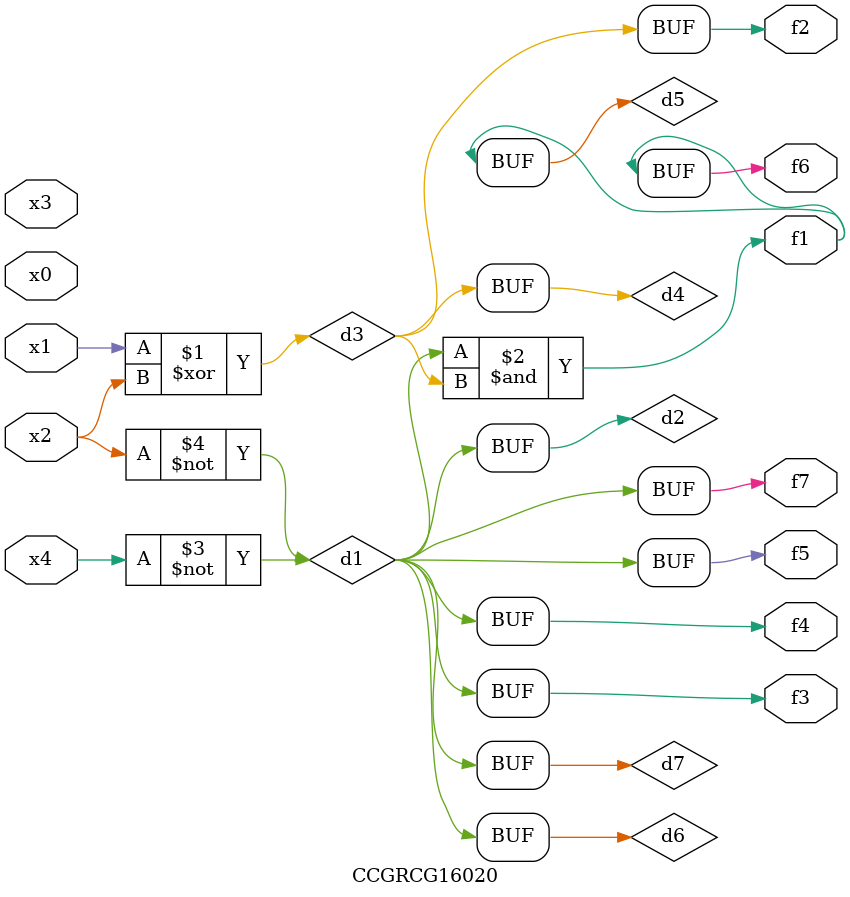
<source format=v>
module CCGRCG16020(
	input x0, x1, x2, x3, x4,
	output f1, f2, f3, f4, f5, f6, f7
);

	wire d1, d2, d3, d4, d5, d6, d7;

	not (d1, x4);
	not (d2, x2);
	xor (d3, x1, x2);
	buf (d4, d3);
	and (d5, d1, d3);
	buf (d6, d1, d2);
	buf (d7, d2);
	assign f1 = d5;
	assign f2 = d4;
	assign f3 = d7;
	assign f4 = d7;
	assign f5 = d7;
	assign f6 = d5;
	assign f7 = d7;
endmodule

</source>
